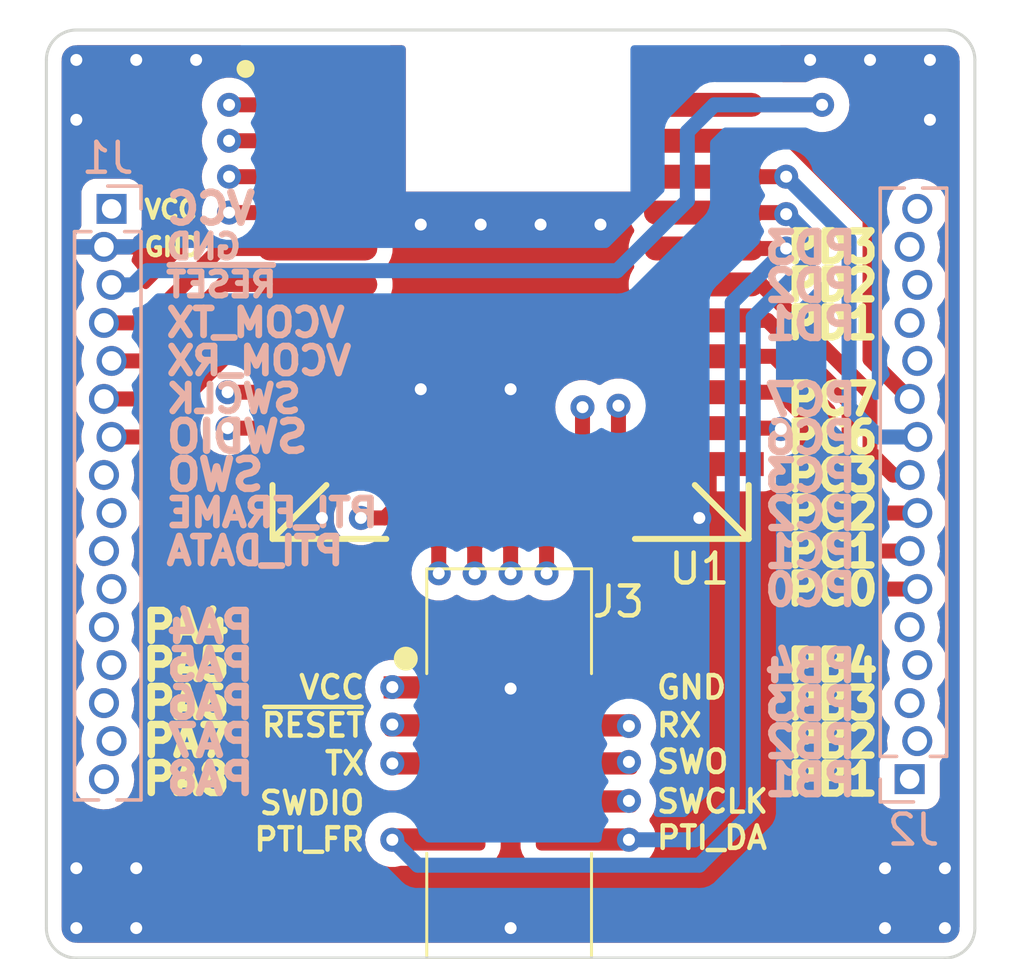
<source format=kicad_pcb>
(kicad_pcb (version 20211014) (generator pcbnew)
  (title_block (title "BGM220P Breakout Board") (date "${TODAY}") (rev "v1.0.0") (comment 1 "Docs Generated from commit ${GIT_HASH}"))
  (layers (0 "F.Cu" power) (1 "In1.Cu" signal) (2 "In2.Cu" signal) (31 "B.Cu" power) (34 "B.Paste" user) (35 "F.Paste" user) (36 "B.SilkS" user "B.Silkscreen") (37 "F.SilkS" user "F.Silkscreen") (38 "B.Mask" user) (39 "F.Mask" user) (44 "Edge.Cuts" user))
  (property "GIT_HASH" "COMMIT_HASH")
  (property "TODAY" "DATE")
  (net 0 "")
  (net 1 "VCC")
  (net 2 "GND")
  (net 3 "~{RESET}")
  (net 4 "VCOM_RX")
  (net 5 "VCOM_TX")
  (net 6 "SWO")
  (net 7 "SWDIO")
  (net 8 "SWCLK")
  (net 9 "PTI_FRAME")
  (net 10 "PTI_DATA")
  (net 12 "PA4")
  (net 13 "PA5")
  (net 14 "PA6")
  (net 15 "PA7")
  (net 16 "PA8")
  (net 17 "PD3")
  (net 18 "PD2")
  (net 19 "PD1")
  (net 20 "PC7")
  (net 21 "PC6")
  (net 23 "PC3")
  (net 24 "PC2")
  (net 25 "PC1")
  (net 26 "PC0")
  (net 27 "PB4")
  (net 28 "PB3")
  (net 29 "PB2")
  (net 30 "PB1")
  (footprint "BGM220P_Breakout:PinHeader_2x05_P1.27mm_Vertical_SMD" (layer "F.Cu") (at 100 109 -90)
    (fp_text reference "J3" (at -5.4 -3.6) (layer "F.SilkS"))
    (fp_text value "Conn_02x05_Odd_Even" hide)
    (fp_text user "GND" (at -2.54 -4.8 unlocked) (layer "F.SilkS") (effects (font (size 0.75 0.75)) (justify left)))
    (fp_text user "PTI_FR" (at 2.54 4.8 unlocked) (layer "F.SilkS") (effects (font (size 0.75 0.75)) (justify right)))
    (fp_text user "SWDIO" (at 1.323734 4.8 unlocked) (layer "F.SilkS") (effects (font (size 0.75 0.75)) (justify right)))
    (fp_text user "RX" (at -1.27 -4.8 unlocked) (layer "F.SilkS") (effects (font (size 0.75 0.75)) (justify left)))
    (fp_text user "TX" (at 0 4.8 unlocked) (layer "F.SilkS") (effects (font (size 0.75 0.75)) (justify right)))
    (fp_text user "~{RESET}" (at -1.27 4.8 unlocked) (layer "F.SilkS") (effects (font (size 0.75 0.75)) (justify right)))
    (fp_text user "SWO" (at -0.053734 -4.8 unlocked) (layer "F.SilkS") (effects (font (size 0.75 0.75)) (justify left)))
    (fp_text user "VCC" (at -2.54 4.8 unlocked) (layer "F.SilkS") (effects (font (size 0.75 0.75)) (justify right)))
    (fp_text user "SWCLK" (at 1.27 -4.8 unlocked) (layer "F.SilkS") (effects (font (size 0.75 0.75)) (justify left)))
    (fp_text user "PTI_DA" (at 2.48191 -4.8 unlocked) (layer "F.SilkS") (effects (font (size 0.75 0.75)) (justify left)))
    (fp_line (start 6.5 2.8) (end 3 2.8) (layer "F.SilkS") (width 0.1))
    (fp_line (start 3 -2.7) (end 6.5 -2.7) (layer "F.SilkS") (width 0.1))
    (fp_line (start -6.5 -2.7) (end -3 -2.7) (layer "F.SilkS") (width 0.1))
    (fp_line (start -6.5 2.8) (end -6.5 -2.7) (layer "F.SilkS") (width 0.1))
    (fp_line (start -3 2.8) (end -6.5 2.8) (layer "F.SilkS") (width 0.1))
    (fp_line (start 6.5 -2.7) (end 6.5 2.8) (layer "F.SilkS") (width 0.1))
    (fp_circle (center -3.5 3.5) (end -3.3 3.5) (layer "F.SilkS") (width 0.4) (fill none))
    (pad "1" smd rect (at -2.54 2.54) (size 3.4 0.74) (layers "F.Cu" "F.Mask") (net 1 "VCC"))
    (pad "2" smd roundrect (at -2.54 -2.54 180) (size 3.4 0.74) (layers "F.Cu" "F.Mask") (net 2 "GND"))
    (pad "3" smd roundrect (at -1.27 2.54) (size 3.4 0.74) (layers "F.Cu" "F.Mask") (net 3 "~{RESET}"))
    (pad "4" smd roundrect (at -1.27 -2.54 180) (size 3.4 0.74) (layers "F.Cu" "F.Mask") (net 4 "VCOM_RX"))
    (pad "5" smd roundrect (at 0 2.54) (size 3.4 0.74) (layers "F.Cu" "F.Mask") (net 5 "VCOM_TX"))
    (pad "6" smd roundrect (at 0 -2.54 180) (size 3.4 0.74) (layers "F.Cu" "F.Mask") (net 6 "SWO"))
    (pad "7" smd roundrect (at 1.27 2.54) (size 3.4 0.74) (layers "F.Cu" "F.Mask") (net 7 "SWDIO"))
    (pad "8" smd roundrect (at 1.27 -2.54 180) (size 3.4 0.74) (layers "F.Cu" "F.Mask") (net 8 "SWCLK"))
    (pad "9" smd roundrect (at 2.54 2.54) (size 3.4 0.74) (layers "F.Cu" "F.Mask") (net 9 "PTI_FRAME"))
    (pad "10" smd roundrect (at 2.54 -2.54 180) (size 3.4 0.74) (layers "F.Cu" "F.Mask") (net 10 "PTI_DATA"))
  )
  (footprint "BGM220P_Breakout:BGM220P" (layer "F.Cu") (at 100 92.4)
    (fp_text reference "U1" (at 6.3 10.1 unlocked) (layer "F.SilkS"))
    (fp_text value "BGM220P")
    (fp_line (start 7.95 7.3) (end 7.95 9.1) (layer "F.SilkS") (width 0.2))
    (fp_line (start 7.95 9.1) (end 4.15 9.1) (layer "F.SilkS") (width 0.2))
    (fp_line (start -7.95 9.1) (end -4.15 9.1) (layer "F.SilkS") (width 0.2))
    (fp_line (start 7.95 9.1) (end 6.15 7.3) (layer "F.SilkS") (width 0.2))
    (fp_line (start -7.95 7.3) (end -7.95 9.1) (layer "F.SilkS") (width 0.2))
    (fp_line (start -7.95 9.1) (end -6.15 7.3) (layer "F.SilkS") (width 0.2))
    (fp_circle (center -8.85 -6.6) (end -8.7 -6.6) (layer "F.SilkS") (width 0.3) (fill none))
    (pad "1" smd custom (at -6.625 -6.6) (size 3.65 0.8) (layers "F.Cu" "F.Mask") (net 2 "GND") (options (clearance outline) (anchor rect)) (primitives (gr_circle (center 1.825 0) (end 2.025 0) (width 0.4) (fill none))))
    (pad "2" smd roundrect (at -6.45 -5.4) (size 4 0.8) (layers "F.Cu" "F.Mask") (roundrect_rratio 0.5) (net 27 "PB4"))
    (pad "3" smd roundrect (at -6.45 -4.2) (size 4 0.8) (layers "F.Cu" "F.Mask") (roundrect_rratio 0.5) (net 28 "PB3"))
    (pad "4" smd roundrect (at -6.45 -3) (size 4 0.8) (layers "F.Cu" "F.Mask") (roundrect_rratio 0.5) (net 29 "PB2"))
    (pad "5" smd roundrect (at -6.45 -1.8) (size 4 0.8) (layers "F.Cu" "F.Mask") (roundrect_rratio 0.5) (net 30 "PB1"))
    (pad "6" smd roundrect (at -6.45 -0.6) (size 4 0.8) (layers "F.Cu" "F.Mask") (roundrect_rratio 0.5) (net 4 "VCOM_RX"))
    (pad "7" smd roundrect (at -6.45 0.6) (size 4 0.8) (layers "F.Cu" "F.Mask") (roundrect_rratio 0.5) (net 5 "VCOM_TX"))
    (pad "8" smd roundrect (at -6.45 1.8) (size 4 0.8) (layers "F.Cu" "F.Mask") (roundrect_rratio 0.5) (net 8 "SWCLK"))
    (pad "9" smd roundrect (at -6.45 3) (size 4 0.8) (layers "F.Cu" "F.Mask") (roundrect_rratio 0.5) (net 7 "SWDIO"))
    (pad "10" smd roundrect (at -6.45 4.2) (size 4 0.8) (layers "F.Cu" "F.Mask") (roundrect_rratio 0.5) (net 6 "SWO"))
    (pad "11" smd roundrect (at -6.45 5.4) (size 4 0.8) (layers "F.Cu" "F.Mask") (roundrect_rratio 0.5) (net 12 "PA4"))
    (pad "12" smd custom (at -6.625 6.6) (size 3.65 0.8) (layers "F.Cu" "F.Mask") (net 2 "GND") (options (clearance outline) (anchor rect)) (primitives (gr_circle (center 1.825 0) (end 2.025 0) (width 0.4) (fill none))))
    (pad "13" smd roundrect (at -3.6 7.5 90) (size 4 0.8) (layers "F.Cu" "F.Mask") (roundrect_rratio 0.5) (net 1 "VCC"))
    (pad "14" smd roundrect (at -2.4 7.5 90) (size 4 0.8) (layers "F.Cu" "F.Mask") (roundrect_rratio 0.5) (net 13 "PA5"))
    (pad "15" smd roundrect (at -1.2 7.5 90) (size 4 0.8) (layers "F.Cu" "F.Mask") (roundrect_rratio 0.5) (net 14 "PA6"))
    (pad "16" smd roundrect (at 0 7.5 90) (size 4 0.8) (layers "F.Cu" "F.Mask") (roundrect_rratio 0.5) (net 15 "PA7"))
    (pad "17" smd roundrect (at 1.2 7.5 90) (size 4 0.8) (layers "F.Cu" "F.Mask") (roundrect_rratio 0.5) (net 16 "PA8"))
    (pad "18" smd roundrect (at 2.4 7.5 90) (size 4 0.8) (layers "F.Cu" "F.Mask") (roundrect_rratio 0.5) (net 17 "PD3"))
    (pad "19" smd roundrect (at 3.6 7.5 90) (size 4 0.8) (layers "F.Cu" "F.Mask") (roundrect_rratio 0.5) (net 18 "PD2"))
    (pad "20" smd custom (at 6.625 6.6 180) (size 3.65 0.8) (layers "F.Cu" "F.Mask") (net 2 "GND") (options (clearance outline) (anchor rect)) (primitives (gr_circle (center 1.825 0) (end 2.025 0) (width 0.4) (fill none))))
    (pad "21" smd roundrect (at 6.45 5.4 180) (size 4 0.8) (layers "F.Cu" "F.Mask") (roundrect_rratio 0.5) (net 19 "PD1"))
    (pad "22" smd roundrect (at 6.45 4.2 180) (size 4 0.8) (layers "F.Cu" "F.Mask") (roundrect_rratio 0.5) (net 26 "PC0"))
    (pad "23" smd roundrect (at 6.45 3 180) (size 4 0.8) (layers "F.Cu" "F.Mask") (roundrect_rratio 0.5) (net 25 "PC1"))
    (pad "24" smd roundrect (at 6.45 1.8 180) (size 4 0.8) (layers "F.Cu" "F.Mask") (roundrect_rratio 0.5) (net 24 "PC2"))
    (pad "25" smd roundrect (at 6.45 0.6 180) (size 4 0.8) (layers "F.Cu" "F.Mask") (roundrect_rratio 0.5) (net 23 "PC3"))
    (pad "26" smd roundrect (at 6.45 -0.6 180) (size 4 0.8) (layers "F.Cu" "F.Mask") (roundrect_rratio 0.5) (net 10 "PTI_DATA"))
    (pad "27" smd roundrect (at 6.45 -1.8 180) (size 4 0.8) (layers "F.Cu" "F.Mask") (roundrect_rratio 0.5) (net 9 "PTI_FRAME"))
    (pad "28" smd roundrect (at 6.45 -3 180) (size 4 0.8) (layers "F.Cu" "F.Mask") (roundrect_rratio 0.5) (net 21 "PC6"))
    (pad "29" smd roundrect (at 6.45 -4.2 180) (size 4 0.8) (layers "F.Cu" "F.Mask") (roundrect_rratio 0.5) (net 20 "PC7"))
    (pad "30" smd roundrect (at 6.45 -5.4 180) (size 4 0.8) (layers "F.Cu" "F.Mask") (roundrect_rratio 0.5) (net 3 "~{RESET}"))
    (pad "31" smd custom (at 6.625 -6.6 180) (size 3.65 0.8) (layers "F.Cu" "F.Mask") (net 2 "GND") (options (clearance outline) (anchor rect)) (primitives (gr_circle (center 1.825 0) (end 2.025 0) (width 0.4) (fill none))))
    (zone (net 0) (net_name "") (layers *.Cu "F.Fab") (name "AntennaKeepOut") (connect_pads (clearance 0)) (min_thickness 0.254)
      (keepout (tracks not_allowed) (vias not_allowed) (pads not_allowed) (copperpour not_allowed) (footprints not_allowed))
      (fill (thermal_gap 0.508) (thermal_bridge_width 0.508))
      (polygon (pts (xy 104 89.9) (xy 96.5 89.9) (xy 96.5 85) (xy 104 85)))
    )
  )
  (footprint "BGM220P_Breakout:PinHeader_1x16_P1.27mm_Vertical_Offset" (layer "B.Cu") (at 86.55 100 180)
    (fp_text reference "J1" (at 0 11.22) (layer "B.SilkS") (effects (justify mirror)))
    (fp_text value "Conn_01x16")
    (fp_line (start -1.11 8.765) (end -1.11 -10.22) (layer "B.SilkS") (width 0.12))
    (fp_line (start 0.563471 8.765) (end 1.11 8.765) (layer "B.SilkS") (width 0.12))
    (fp_line (start -1.11 8.765) (end -0.563471 8.765) (layer "B.SilkS") (width 0.12))
    (fp_line (start 0.30753 -10.22) (end 1.11 -10.22) (layer "B.SilkS") (width 0.12))
    (fp_line (start -1.11 9.525) (end -1.11 10.285) (layer "B.SilkS") (width 0.12))
    (fp_line (start 1.11 8.765) (end 1.11 -10.22) (layer "B.SilkS") (width 0.12))
    (fp_line (start -1.11 -10.22) (end -0.30753 -10.22) (layer "B.SilkS") (width 0.12))
    (fp_line (start -1.11 10.285) (end 0 10.285) (layer "B.SilkS") (width 0.12))
    (pad "1" thru_hole rect (at -0.127 9.525 180) (size 1 1) (drill 0.65) (layers *.Cu *.Mask) (net 1 "VCC"))
    (pad "2" thru_hole oval (at 0.127 8.255 180) (size 1 1) (drill 0.65) (layers *.Cu *.Mask) (net 2 "GND"))
    (pad "3" thru_hole oval (at -0.127 6.985 180) (size 1 1) (drill 0.65) (layers *.Cu *.Mask) (net 3 "~{RESET}"))
    (pad "4" thru_hole oval (at 0.127 5.715 180) (size 1 1) (drill 0.65) (layers *.Cu *.Mask) (net 4 "VCOM_RX"))
    (pad "5" thru_hole oval (at -0.127 4.445 180) (size 1 1) (drill 0.65) (layers *.Cu *.Mask) (net 5 "VCOM_TX"))
    (pad "6" thru_hole oval (at 0.127 3.175 180) (size 1 1) (drill 0.65) (layers *.Cu *.Mask) (net 8 "SWCLK"))
    (pad "7" thru_hole oval (at -0.127 1.905 180) (size 1 1) (drill 0.65) (layers *.Cu *.Mask) (net 7 "SWDIO"))
    (pad "8" thru_hole oval (at 0.127 0.635 180) (size 1 1) (drill 0.65) (layers *.Cu *.Mask) (net 6 "SWO"))
    (pad "9" thru_hole oval (at -0.127 -0.635 180) (size 1 1) (drill 0.65) (layers *.Cu *.Mask) (net 9 "PTI_FRAME"))
    (pad "10" thru_hole oval (at 0.127 -1.905 180) (size 1 1) (drill 0.65) (layers *.Cu *.Mask) (net 10 "PTI_DATA"))
    (pad "11" thru_hole oval (at -0.127 -3.175 180) (size 1 1) (drill 0.65) (layers *.Cu *.Mask))
    (pad "12" thru_hole oval (at 0.127 -4.445 180) (size 1 1) (drill 0.65) (layers *.Cu *.Mask) (net 12 "PA4"))
    (pad "13" thru_hole oval (at -0.127 -5.715 180) (size 1 1) (drill 0.65) (layers *.Cu *.Mask) (net 13 "PA5"))
    (pad "14" thru_hole oval (at 0.127 -6.985 180) (size 1 1) (drill 0.65) (layers *.Cu *.Mask) (net 14 "PA6"))
    (pad "15" thru_hole oval (at -0.127 -8.255 180) (size 1 1) (drill 0.65) (layers *.Cu *.Mask) (net 15 "PA7"))
    (pad "16" thru_hole oval (at 0.127 -9.525 180) (size 1 1) (drill 0.65) (layers *.Cu *.Mask) (net 16 "PA8"))
  )
  (footprint "BGM220P_Breakout:PinHeader_1x16_P1.27mm_Vertical_Offset" (layer "B.Cu") (at 113.45 100)
    (fp_text reference "J2" (at 0 11.22) (layer "B.SilkS") (effects (justify mirror)))
    (fp_text value "Conn_01x16")
    (fp_line (start -1.11 10.285) (end 0 10.285) (layer "B.SilkS") (width 0.12))
    (fp_line (start -1.11 8.765) (end -1.11 -10.22) (layer "B.SilkS") (width 0.12))
    (fp_line (start -1.11 -10.22) (end -0.30753 -10.22) (layer "B.SilkS") (width 0.12))
    (fp_line (start -1.11 9.525) (end -1.11 10.285) (layer "B.SilkS") (width 0.12))
    (fp_line (start 0.563471 8.765) (end 1.11 8.765) (layer "B.SilkS") (width 0.12))
    (fp_line (start 0.30753 -10.22) (end 1.11 -10.22) (layer "B.SilkS") (width 0.12))
    (fp_line (start 1.11 8.765) (end 1.11 -10.22) (layer "B.SilkS") (width 0.12))
    (fp_line (start -1.11 8.765) (end -0.563471 8.765) (layer "B.SilkS") (width 0.12))
    (pad "1" thru_hole rect (at -0.127 9.525) (size 1 1) (drill 0.65) (layers *.Cu *.Mask) (net 30 "PB1"))
    (pad "2" thru_hole oval (at 0.127 8.255) (size 1 1) (drill 0.65) (layers *.Cu *.Mask) (net 29 "PB2"))
    (pad "3" thru_hole oval (at -0.127 6.985) (size 1 1) (drill 0.65) (layers *.Cu *.Mask) (net 28 "PB3"))
    (pad "4" thru_hole oval (at 0.127 5.715) (size 1 1) (drill 0.65) (layers *.Cu *.Mask) (net 27 "PB4"))
    (pad "5" thru_hole oval (at -0.127 4.445) (size 1 1) (drill 0.65) (layers *.Cu *.Mask))
    (pad "6" thru_hole oval (at 0.127 3.175) (size 1 1) (drill 0.65) (layers *.Cu *.Mask) (net 26 "PC0"))
    (pad "7" thru_hole oval (at -0.127 1.905) (size 1 1) (drill 0.65) (layers *.Cu *.Mask) (net 25 "PC1"))
    (pad "8" thru_hole oval (at 0.127 0.635) (size 1 1) (drill 0.65) (layers *.Cu *.Mask) (net 24 "PC2"))
    (pad "9" thru_hole oval (at -0.127 -0.635) (size 1 1) (drill 0.65) (layers *.Cu *.Mask) (net 23 "PC3"))
    (pad "10" thru_hole oval (at 0.127 -1.905) (size 1 1) (drill 0.65) (layers *.Cu *.Mask) (net 21 "PC6"))
    (pad "11" thru_hole oval (at -0.127 -3.175) (size 1 1) (drill 0.65) (layers *.Cu *.Mask) (net 20 "PC7"))
    (pad "12" thru_hole oval (at 0.127 -4.445) (size 1 1) (drill 0.65) (layers *.Cu *.Mask))
    (pad "13" thru_hole oval (at -0.127 -5.715) (size 1 1) (drill 0.65) (layers *.Cu *.Mask) (net 19 "PD1"))
    (pad "14" thru_hole oval (at 0.127 -6.985) (size 1 1) (drill 0.65) (layers *.Cu *.Mask) (net 18 "PD2"))
    (pad "15" thru_hole oval (at -0.127 -8.255) (size 1 1) (drill 0.65) (layers *.Cu *.Mask) (net 17 "PD3"))
    (pad "16" thru_hole oval (at 0.127 -9.525) (size 1 1) (drill 0.65) (layers *.Cu *.Mask))
  )
  (gr_line (start 85.5 84.5) (end 114.5 84.5) (layer "Edge.Cuts") (width 0.1))
  (gr_line (start 114.5 115.5) (end 85.5 115.5) (layer "Edge.Cuts") (width 0.1))
  (gr_line (start 115.5 85.5) (end 115.5 114.5) (layer "Edge.Cuts") (width 0.1))
  (gr_arc (start 84.5 85.5) (mid 84.792893 84.792893) (end 85.5 84.5) (layer "Edge.Cuts") (width 0.1))
  (gr_arc (start 114.5 84.5) (mid 115.207107 84.792893) (end 115.5 85.5) (layer "Edge.Cuts") (width 0.1))
  (gr_arc (start 85.5 115.5) (mid 84.792893 115.207107) (end 84.5 114.5) (layer "Edge.Cuts") (width 0.1))
  (gr_line (start 84.5 114.5) (end 84.5 85.5) (layer "Edge.Cuts") (width 0.1))
  (gr_arc (start 115.5 114.5) (mid 115.207107 115.207107) (end 114.5 115.5) (layer "Edge.Cuts") (width 0.1))
  (gr_text "VCC" (at 88.4 90.47) (layer "B.SilkS") (effects (font (size 1 1) (thickness 0.25)) (justify right mirror)))
  (gr_text "PB1" (at 111.65 109.56) (layer "B.SilkS") (effects (font (size 1 1) (thickness 0.25)) (justify left mirror)))
  (gr_text "SWDIO" (at 88.4 98.09) (layer "B.SilkS") (effects (font (size 1 1) (thickness 0.25)) (justify right mirror)))
  (gr_text "PC3" (at 111.65 99.4) (layer "B.SilkS") (effects (font (size 1 1) (thickness 0.25)) (justify left mirror)))
  (gr_text "VCOM_TX" (at 88.4 94.28) (layer "B.SilkS") (effects (font (size 0.9 0.9) (thickness 0.225)) (justify right mirror)))
  (gr_text "PTI_FRAME" (at 88.4 100.63) (layer "B.SilkS") (effects (font (size 0.9 0.9) (thickness 0.225)) (justify right mirror)))
  (gr_text "PC7" (at 111.65 96.86) (layer "B.SilkS") (effects (font (size 1 1) (thickness 0.25)) (justify left mirror)))
  (gr_text "PA6" (at 88.4 106.98) (layer "B.SilkS") (effects (font (size 1 1) (thickness 0.25)) (justify right mirror)))
  (gr_text "PC0" (at 111.65 103.21) (layer "B.SilkS") (effects (font (size 1 1) (thickness 0.25)) (justify left mirror)))
  (gr_text "PA5" (at 88.4 105.71) (layer "B.SilkS") (effects (font (size 1 1) (thickness 0.25)) (justify right mirror)))
  (gr_text "PB4" (at 111.65 105.75) (layer "B.SilkS") (effects (font (size 1 1) (thickness 0.25)) (justify left mirror)))
  (gr_text "GND" (at 88.4 91.74) (layer "B.SilkS") (effects (font (size 0.8 0.8) (thickness 0.2)) (justify right mirror)))
  (gr_text "PC2" (at 111.65 100.67) (layer "B.SilkS") (effects (font (size 1 1) (thickness 0.25)) (justify left mirror)))
  (gr_text "SWO" (at 88.4 99.36) (layer "B.SilkS") (effects (font (size 1 1) (thickness 0.25)) (justify right mirror)))
  (gr_text "PB3" (at 111.65 107.02) (layer "B.SilkS") (effects (font (size 1 1) (thickness 0.25)) (justify left mirror)))
  (gr_text "PTI_DATA" (at 88.4 101.9) (layer "B.SilkS") (effects (font (size 0.9 0.9) (thickness 0.225)) (justify right mirror)))
  (gr_text "SWCLK" (at 88.4 96.82) (layer "B.SilkS") (effects (font (size 0.9 0.9) (thickness 0.225)) (justify right mirror)))
  (gr_text "PD1" (at 111.65 94.32) (layer "B.SilkS") (effects (font (size 1 1) (thickness 0.25)) (justify left mirror)))
  (gr_text "PB2" (at 111.65 108.29) (layer "B.SilkS") (effects (font (size 1 1) (thickness 0.25)) (justify left mirror)))
  (gr_text "~{RESET}" (at 88.4 93.01) (layer "B.SilkS") (effects (font (size 0.8 0.8) (thickness 0.2)) (justify right mirror)))
  (gr_text "VCOM_RX" (at 88.405687 95.552904) (layer "B.SilkS") (effects (font (size 0.9 0.9) (thickness 0.225)) (justify right mirror)))
  (gr_text "PC6" (at 111.65 98.13) (layer "B.SilkS") (effects (font (size 1 1) (thickness 0.25)) (justify left mirror)))
  (gr_text "PA7" (at 88.4 108.25) (layer "B.SilkS") (effects (font (size 1 1) (thickness 0.25)) (justify right mirror)))
  (gr_text "PA8" (at 88.4 109.52) (layer "B.SilkS") (effects (font (size 1 1) (thickness 0.25)) (justify right mirror)))
  (gr_text "PD3" (at 111.65 91.78) (layer "B.SilkS") (effects (font (size 1 1) (thickness 0.25)) (justify left mirror)))
  (gr_text "PA4" (at 88.4 104.44) (layer "B.SilkS") (effects (font (size 1 1) (thickness 0.25)) (justify right mirror)))
  (gr_text "PD2" (at 111.65 93.05) (layer "B.SilkS") (effects (font (size 1 1) (thickness 0.25)) (justify left mirror)))
  (gr_text "PC1" (at 111.65 101.94) (layer "B.SilkS") (effects (font (size 1 1) (thickness 0.25)) (justify left mirror)))
  (gr_text "PC7" (at 109.1 96.84) (layer "F.SilkS") (effects (font (size 1 1) (thickness 0.25)) (justify left)))
  (gr_text "PA7" (at 87.6 108.25) (layer "F.SilkS") (effects (font (size 1 1) (thickness 0.25)) (justify left)))
  (gr_text "PA4" (at 87.6 104.44) (layer "F.SilkS") (effects (font (size 1 1) (thickness 0.25)) (justify left)))
  (gr_text "PB4" (at 109.1 105.73) (layer "F.SilkS") (effects (font (size 1 1) (thickness 0.25)) (justify left)))
  (gr_text "PC2" (at 109.1 100.65) (layer "F.SilkS") (effects (font (size 1 1) (thickness 0.25)) (justify left)))
  (gr_text "PA8" (at 87.6 109.52) (layer "F.SilkS") (effects (font (size 1 1) (thickness 0.25)) (justify left)))
  (gr_text "PC3" (at 109.1 99.38) (layer "F.SilkS") (effects (font (size 1 1) (thickness 0.25)) (justify left)))
  (gr_text "PB1" (at 109.1 109.54) (layer "F.SilkS") (effects (font (size 1 1) (thickness 0.25)) (justify left)))
  (gr_text "PB3" (at 109.1 107) (layer "F.SilkS") (effects (font (size 1 1) (thickness 0.25)) (justify left)))
  (gr_text "GND" (at 87.7 91.75) (layer "F.SilkS") (effects (font (size 0.6 0.6)) (justify left)))
  (gr_text "PC0" (at 109.1 103.19) (layer "F.SilkS") (effects (font (size 1 1) (thickness 0.25)) (justify left)))
  (gr_text "PB2" (at 109.1 108.27) (layer "F.SilkS") (effects (font (size 1 1) (thickness 0.25)) (justify left)))
  (gr_text "VCC" (at 87.7 90.5) (layer "F.SilkS") (effects (font (size 0.6 0.6)) (justify left)))
  (gr_text "PC6" (at 109.1 98.11) (layer "F.SilkS") (effects (font (size 1 1) (thickness 0.25)) (justify left)))
  (gr_text "PA6" (at 87.6 106.98) (layer "F.SilkS") (effects (font (size 1 1) (thickness 0.25)) (justify left)))
  (gr_text "PA5" (at 87.6 105.71) (layer "F.SilkS") (effects (font (size 1 1) (thickness 0.25)) (justify left)))
  (gr_text "PD1" (at 109.1 94.3) (layer "F.SilkS") (effects (font (size 1 1) (thickness 0.25)) (justify left)))
  (gr_text "PD3" (at 109.1 91.76) (layer "F.SilkS") (effects (font (size 1 1) (thickness 0.25)) (justify left)))
  (gr_text "PC1" (at 109.1 101.92) (layer "F.SilkS") (effects (font (size 1 1) (thickness 0.25)) (justify left)))
  (gr_text "PD2" (at 109.1 93.03) (layer "F.SilkS") (effects (font (size 1 1) (thickness 0.25)) (justify left)))
  (segment (start 95.8 100.8) (end 96.4 100.2) (width 0.5) (layer "F.Cu") (net 1))
  (segment (start 96.06 106.46) (end 96.05 106.45) (width 0.5) (layer "F.Cu") (net 1))
  (segment (start 96.4 100.2) (end 96.4 99.9) (width 0.5) (layer "F.Cu") (net 1))
  (segment (start 98.05 106.46) (end 96.06 106.46) (width 0.5) (layer "F.Cu") (net 1))
  (segment (start 95 100.8) (end 95.8 100.8) (width 0.5) (layer "F.Cu") (net 1))
  (via (at 95 100.8) (size 0.8) (drill 0.4) (layers "F.Cu" "B.Cu") (net 1))
  (via (at 96.05 106.45) (size 0.8) (drill 0.4) (layers "F.Cu" "B.Cu") (net 1))
  (via (at 87.5 112.5) (size 0.8) (drill 0.4) (layers "F.Cu" "B.Cu") (net 2))
  (via (at 114.5 114.5) (size 0.8) (drill 0.4) (layers "F.Cu" "B.Cu") (net 2))
  (via (at 112.5 114.5) (size 0.8) (drill 0.4) (layers "F.Cu" "B.Cu") (net 2))
  (via (at 85.5 112.5) (size 0.8) (drill 0.4) (layers "F.Cu" "B.Cu") (net 2))
  (via (at 97 96.5) (size 0.8) (drill 0.4) (layers "F.Cu" "B.Cu") (net 2))
  (via (at 114.5 112.5) (size 0.8) (drill 0.4) (layers "F.Cu" "B.Cu") (net 2))
  (via (at 101 91) (size 0.8) (drill 0.4) (layers "F.Cu" "B.Cu") (net 2))
  (via (at 100 96.5) (size 0.8) (drill 0.4) (layers "F.Cu" "B.Cu") (net 2))
  (via (at 100 114.5) (size 0.8) (drill 0.4) (layers "F.Cu" "B.Cu") (net 2))
  (via (at 85.5 85.5) (size 0.8) (drill 0.4) (layers "F.Cu" "B.Cu") (net 2))
  (via (at 106.3 100.8) (size 0.8) (drill 0.4) (layers "F.Cu" "B.Cu") (net 2))
  (via (at 85.5 114.5) (size 0.8) (drill 0.4) (layers "F.Cu" "B.Cu") (net 2))
  (via (at 114 87.5) (size 0.8) (drill 0.4) (layers "F.Cu" "B.Cu") (net 2))
  (via (at 93.7 100.8) (size 0.8) (drill 0.4) (layers "F.Cu" "B.Cu") (net 2))
  (via (at 100 106.5) (size 0.8) (drill 0.4) (layers "F.Cu" "B.Cu") (net 2))
  (via (at 103 91) (size 0.8) (drill 0.4) (layers "F.Cu" "B.Cu") (net 2))
  (via (at 97 91) (size 0.8) (drill 0.4) (layers "F.Cu" "B.Cu") (net 2))
  (via (at 110 85.5) (size 0.8) (drill 0.4) (layers "F.Cu" "B.Cu") (net 2))
  (via (at 85.5 87.5) (size 0.8) (drill 0.4) (layers "F.Cu" "B.Cu") (net 2))
  (via (at 112.5 112.5) (size 0.8) (drill 0.4) (layers "F.Cu" "B.Cu") (net 2))
  (via (at 114 85.5) (size 0.8) (drill 0.4) (layers "F.Cu" "B.Cu") (net 2))
  (via (at 89.5 85.5) (size 0.8) (drill 0.4) (layers "F.Cu" "B.Cu") (net 2))
  (via (at 112 85.5) (size 0.8) (drill 0.4) (layers "F.Cu" "B.Cu") (net 2))
  (via (at 87.5 85.5) (size 0.8) (drill 0.4) (layers "F.Cu" "B.Cu") (net 2))
  (via (at 87.5 114.5) (size 0.8) (drill 0.4) (layers "F.Cu" "B.Cu") (net 2))
  (via (at 99 91) (size 0.8) (drill 0.4) (layers "F.Cu" "B.Cu") (net 2))
  (segment (start 110.4 87) (end 106.45 87) (width 0.5) (layer "F.Cu") (net 3))
  (segment (start 98.02 107.7) (end 96.05 107.7) (width 0.5) (layer "F.Cu") (net 3))
  (via (at 96.05 107.7) (size 0.8) (drill 0.4) (layers "F.Cu" "B.Cu") (net 3))
  (via (at 110.4 87) (size 0.8) (drill 0.4) (layers "F.Cu" "B.Cu") (net 3))
  (segment (start 103.56 92.54) (end 105.9 90.2) (width 0.5) (layer "B.Cu") (net 3))
  (segment (start 86.677 93.015) (end 87.385 93.015) (width 0.5) (layer "B.Cu") (net 3))
  (segment (start 105.9 90.2) (end 105.9 87.9) (width 0.5) (layer "B.Cu") (net 3))
  (segment (start 87.86 92.54) (end 103.56 92.54) (width 0.5) (layer "B.Cu") (net 3))
  (segment (start 87.385 93.015) (end 87.86 92.54) (width 0.5) (layer "B.Cu") (net 3))
  (segment (start 105.9 87.9) (end 106.8 87) (width 0.5) (layer "B.Cu") (net 3))
  (segment (start 106.8 87) (end 110.4 87) (width 0.5) (layer "B.Cu") (net 3))
  (segment (start 103.93 107.73) (end 103.95 107.75) (width 0.5) (layer "F.Cu") (net 4))
  (segment (start 101.95 107.73) (end 103.93 107.73) (width 0.5) (layer "F.Cu") (net 4))
  (segment (start 87.815 94.285) (end 86.423 94.285) (width 0.5) (layer "F.Cu") (net 4))
  (segment (start 90.3 91.8) (end 87.815 94.285) (width 0.5) (layer "F.Cu") (net 4))
  (segment (start 93.55 91.8) (end 90.3 91.8) (width 0.5) (layer "F.Cu") (net 4))
  (via (at 103.95 107.75) (size 0.8) (drill 0.4) (layers "F.Cu" "B.Cu") (net 4))
  (segment (start 90.4 93) (end 93.55 93) (width 0.5) (layer "F.Cu") (net 5))
  (segment (start 86.677 95.555) (end 87.845 95.555) (width 0.5) (layer "F.Cu") (net 5))
  (segment (start 87.845 95.555) (end 90.4 93) (width 0.5) (layer "F.Cu") (net 5))
  (segment (start 98.05 109) (end 96.05 109) (width 0.5) (layer "F.Cu") (net 5))
  (via (at 96.05 109) (size 0.8) (drill 0.4) (layers "F.Cu" "B.Cu") (net 5))
  (segment (start 101.95 109) (end 103.9 109) (width 0.5) (layer "F.Cu") (net 6))
  (segment (start 93.55 96.6) (end 90.55 96.6) (width 0.5) (layer "F.Cu") (net 6))
  (segment (start 103.9 109) (end 103.95 108.95) (width 0.5) (layer "F.Cu") (net 6))
  (via (at 103.95 108.95) (size 0.8) (drill 0.4) (layers "F.Cu" "B.Cu") (net 6))
  (via (at 90.55 96.6) (size 0.8) (drill 0.4) (layers "F.Cu" "B.Cu") (net 6))
  (segment (start 89 99.3) (end 89 108.8) (width 0.5) (layer "F.Cu") (net 7))
  (segment (start 93.55 95.4) (end 90.8 95.4) (width 0.5) (layer "F.Cu") (net 7))
  (segment (start 87.795 98.095) (end 89 99.3) (width 0.5) (layer "F.Cu") (net 7))
  (segment (start 87.795 98.095) (end 87.805 98.095) (width 0.5) (layer "F.Cu") (net 7))
  (segment (start 87.805 98.095) (end 90.5 95.4) (width 0.5) (layer "F.Cu") (net 7))
  (segment (start 90.47 110.27) (end 98.05 110.27) (width 0.5) (layer "F.Cu") (net 7))
  (segment (start 86.677 98.095) (end 87.795 98.095) (width 0.5) (layer "F.Cu") (net 7))
  (segment (start 90.5 95.4) (end 90.8 95.4) (width 0.5) (layer "F.Cu") (net 7))
  (segment (start 89 108.8) (end 90.47 110.27) (width 0.5) (layer "F.Cu") (net 7))
  (segment (start 86.423 96.825) (end 87.825 96.825) (width 0.5) (layer "F.Cu") (net 8))
  (segment (start 90.45 94.2) (end 93.55 94.2) (width 0.5) (layer "F.Cu") (net 8))
  (segment (start 101.95 110.27) (end 103.93 110.27) (width 0.5) (layer "F.Cu") (net 8))
  (segment (start 103.93 110.27) (end 103.95 110.25) (width 0.5) (layer "F.Cu") (net 8))
  (segment (start 87.825 96.825) (end 90.45 94.2) (width 0.5) (layer "F.Cu") (net 8))
  (via (at 103.95 110.25) (size 0.8) (drill 0.4) (layers "F.Cu" "B.Cu") (net 8))
  (segment (start 96.05 111.55) (end 96.06 111.54) (width 0.5) (layer "F.Cu") (net 9))
  (segment (start 109.15 90.6) (end 109.2 90.65) (width 0.5) (layer "F.Cu") (net 9))
  (segment (start 106.45 90.6) (end 109.15 90.6) (width 0.5) (layer "F.Cu") (net 9))
  (segment (start 96.06 111.54) (end 98.05 111.54) (width 0.5) (layer "F.Cu") (net 9))
  (via (at 96.05 111.55) (size 0.8) (drill 0.4) (layers "F.Cu" "B.Cu") (net 9))
  (via (at 109.2 90.65) (size 0.8) (drill 0.4) (layers "F.Cu" "B.Cu") (net 9))
  (segment (start 110.05 91.447918) (end 109.252082 90.65) (width 0.5) (layer "B.Cu") (net 9))
  (segment (start 108.1 94.102082) (end 110.05 92.152082) (width 0.5) (layer "B.Cu") (net 9))
  (segment (start 110.05 92.152082) (end 110.05 91.447918) (width 0.5) (layer "B.Cu") (net 9))
  (segment (start 96.05 111.55) (end 96.9 112.4) (width 0.5) (layer "B.Cu") (net 9))
  (segment (start 109.252082 90.65) (end 109.2 90.65) (width 0.5) (layer "B.Cu") (net 9))
  (segment (start 106.3 112.4) (end 108.1 110.6) (width 0.5) (layer "B.Cu") (net 9))
  (segment (start 108.1 110.6) (end 108.1 94.102082) (width 0.5) (layer "B.Cu") (net 9))
  (segment (start 96.9 112.4) (end 106.3 112.4) (width 0.5) (layer "B.Cu") (net 9))
  (segment (start 106.45 91.8) (end 109.2 91.8) (width 0.5) (layer "F.Cu") (net 10))
  (segment (start 101.95 111.54) (end 103.94 111.54) (width 0.5) (layer "F.Cu") (net 10))
  (segment (start 103.94 111.54) (end 103.95 111.55) (width 0.5) (layer "F.Cu") (net 10))
  (via (at 103.95 111.55) (size 0.8) (drill 0.4) (layers "F.Cu" "B.Cu") (net 10))
  (via (at 109.2 91.8) (size 0.8) (drill 0.4) (layers "F.Cu" "B.Cu") (net 10))
  (segment (start 106.16005 111.55) (end 103.95 111.55) (width 0.5) (layer "B.Cu") (net 10))
  (segment (start 107.4 93.6) (end 107.4 110.31005) (width 0.5) (layer "B.Cu") (net 10))
  (segment (start 109.2 91.8) (end 107.4 93.6) (width 0.5) (layer "B.Cu") (net 10))
  (segment (start 107.4 110.31005) (end 106.16005 111.55) (width 0.5) (layer "B.Cu") (net 10))
  (segment (start 93.55 97.8) (end 90.55 97.8) (width 0.5) (layer "F.Cu") (net 12))
  (via (at 90.55 97.8) (size 0.8) (drill 0.4) (layers "F.Cu" "B.Cu") (net 12))
  (segment (start 97.6 99.9) (end 97.6 102.4) (width 0.5) (layer "F.Cu") (net 13))
  (segment (start 97.6 102.4) (end 97.6 102.65) (width 0.5) (layer "F.Cu") (net 13))
  (via (at 97.6 102.65) (size 0.8) (drill 0.4) (layers "F.Cu" "B.Cu") (net 13))
  (segment (start 98.8 99.9) (end 98.8 102.65) (width 0.5) (layer "F.Cu") (net 14))
  (via (at 98.8 102.65) (size 0.8) (drill 0.4) (layers "F.Cu" "B.Cu") (net 14))
  (segment (start 100 99.9) (end 100 102.65) (width 0.5) (layer "F.Cu") (net 15))
  (via (at 100 102.65) (size 0.8) (drill 0.4) (layers "F.Cu" "B.Cu") (net 15))
  (segment (start 101.2 99.9) (end 101.2 102.65) (width 0.5) (layer "F.Cu") (net 16))
  (via (at 101.2 102.65) (size 0.8) (drill 0.4) (layers "F.Cu" "B.Cu") (net 16))
  (segment (start 102.4 99.9) (end 102.4 97.1) (width 0.5) (layer "F.Cu") (net 17))
  (via (at 102.4 97.1) (size 0.8) (drill 0.4) (layers "F.Cu" "B.Cu") (net 17))
  (segment (start 103.6 99.9) (end 103.6 97.05) (width 0.5) (layer "F.Cu") (net 18))
  (via (at 103.6 97.05) (size 0.8) (drill 0.4) (layers "F.Cu" "B.Cu") (net 18))
  (segment (start 106.45 97.8) (end 108.99385 97.8) (width 0.5) (layer "F.Cu") (net 19))
  (segment (start 108.99385 97.8) (end 109.021925 97.828075) (width 0.5) (layer "F.Cu") (net 19))
  (via (at 109.021925 97.828075) (size 0.8) (drill 0.4) (layers "F.Cu" "B.Cu") (net 19))
  (segment (start 109.389949 88.2) (end 112 90.810051) (width 0.5) (layer "F.Cu") (net 20))
  (segment (start 112 95.502) (end 113.323 96.825) (width 0.5) (layer "F.Cu") (net 20))
  (segment (start 106.45 88.2) (end 109.389949 88.2) (width 0.5) (layer "F.Cu") (net 20))
  (segment (start 112 90.810051) (end 112 95.502) (width 0.5) (layer "F.Cu") (net 20))
  (segment (start 106.45 89.4) (end 109.2 89.4) (width 0.5) (layer "F.Cu") (net 21))
  (via (at 109.2 89.4) (size 0.8) (drill 0.4) (layers "F.Cu" "B.Cu") (net 21))
  (segment (start 109.2 89.4) (end 111.3 91.5) (width 0.5) (layer "B.Cu") (net 21))
  (segment (start 111.3 97.1) (end 112.295 98.095) (width 0.5) (layer "B.Cu") (net 21))
  (segment (start 111.3 91.5) (end 111.3 97.1) (width 0.5) (layer "B.Cu") (net 21))
  (segment (start 112.295 98.095) (end 113.577 98.095) (width 0.5) (layer "B.Cu") (net 21))
  (segment (start 112.765 99.365) (end 112 98.6) (width 0.5) (layer "F.Cu") (net 23))
  (segment (start 112 96.634925) (end 108.365075 93) (width 0.5) (layer "F.Cu") (net 23))
  (segment (start 113.323 99.365) (end 112.765 99.365) (width 0.5) (layer "F.Cu") (net 23))
  (segment (start 112 98.6) (end 112 96.634925) (width 0.5) (layer "F.Cu") (net 23))
  (segment (start 108.365075 93) (end 106.45 93) (width 0.5) (layer "F.Cu") (net 23))
  (segment (start 113.577 100.635) (end 112.335 100.635) (width 0.5) (layer "F.Cu") (net 24))
  (segment (start 112.335 100.635) (end 111.3 99.6) (width 0.5) (layer "F.Cu") (net 24))
  (segment (start 111.3 96.924875) (end 108.575125 94.2) (width 0.5) (layer "F.Cu") (net 24))
  (segment (start 108.575125 94.2) (end 106.45 94.2) (width 0.5) (layer "F.Cu") (net 24))
  (segment (start 111.3 99.6) (end 111.3 96.924875) (width 0.5) (layer "F.Cu") (net 24))
  (segment (start 113.323 101.905) (end 112.19495 101.905) (width 0.5) (layer "F.Cu") (net 25))
  (segment (start 110.6 97.214825) (end 108.785175 95.4) (width 0.5) (layer "F.Cu") (net 25))
  (segment (start 108.785175 95.4) (end 106.45 95.4) (width 0.5) (layer "F.Cu") (net 25))
  (segment (start 112.19495 101.905) (end 110.6 100.31005) (width 0.5) (layer "F.Cu") (net 25))
  (segment (start 110.6 100.31005) (end 110.6 97.214825) (width 0.5) (layer "F.Cu") (net 25))
  (segment (start 113.577 103.175) (end 112.475 103.175) (width 0.5) (layer "F.Cu") (net 26))
  (segment (start 112.475 103.175) (end 109.9 100.6) (width 0.5) (layer "F.Cu") (net 26))
  (segment (start 109.9 100.6) (end 109.9 97.504775) (width 0.5) (layer "F.Cu") (net 26))
  (segment (start 109.9 97.504775) (end 108.995225 96.6) (width 0.5) (layer "F.Cu") (net 26))
  (segment (start 108.995225 96.6) (end 106.45 96.6) (width 0.5) (layer "F.Cu") (net 26))
  (segment (start 93.55 87) (end 90.6 87) (width 0.5) (layer "F.Cu") (net 27))
  (via (at 90.6 87) (size 0.8) (drill 0.4) (layers "F.Cu" "B.Cu") (net 27))
  (segment (start 93.55 88.2) (end 90.6 88.2) (width 0.5) (layer "F.Cu") (net 28))
  (via (at 90.6 88.2) (size 0.8) (drill 0.4) (layers "F.Cu" "B.Cu") (net 28))
  (segment (start 93.55 89.4) (end 90.6 89.4) (width 0.5) (layer "F.Cu") (net 29))
  (via (at 90.6 89.4) (size 0.8) (drill 0.4) (layers "F.Cu" "B.Cu") (net 29))
  (segment (start 93.55 90.6) (end 90.6 90.6) (width 0.5) (layer "F.Cu") (net 30))
  (via (at 90.6 90.6) (size 0.8) (drill 0.4) (layers "F.Cu" "B.Cu") (net 30))
  (zone (net 2) (net_name "GND") (layers F&B.Cu) (name "GND") (connect_pads (clearance 0.508)) (min_thickness 0.254) (fill yes (thermal_gap 0.508) (thermal_bridge_width 0.508))
    (polygon (pts (xy 115.5 115.5) (xy 84.5 115.5) (xy 84.5 84.5) (xy 115.5 84.5)))
  )
)
</source>
